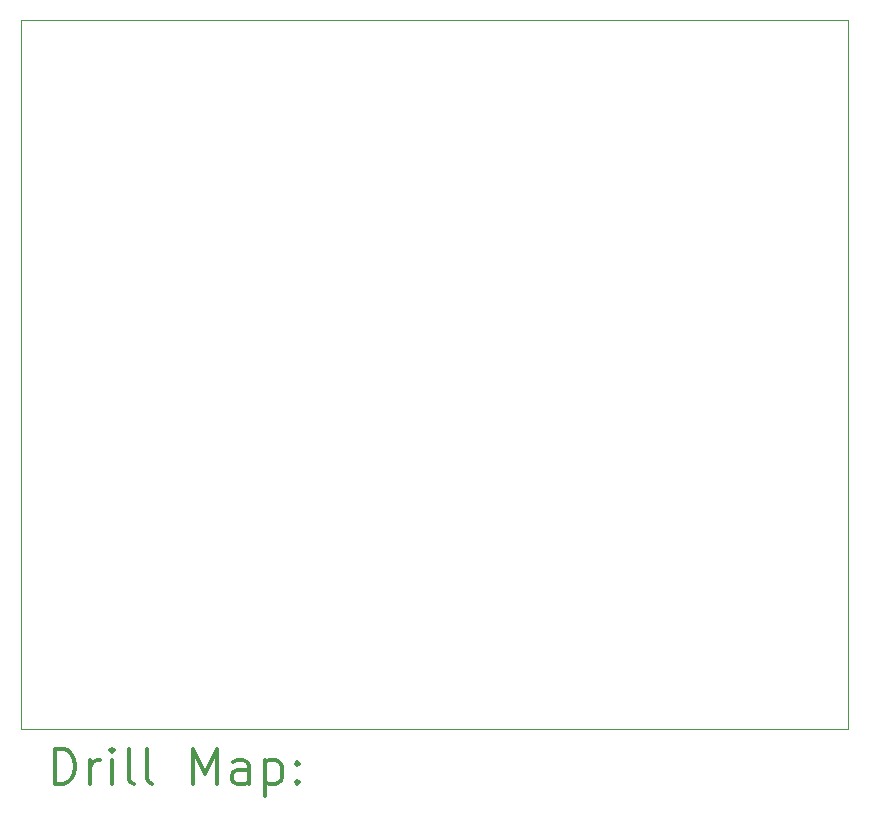
<source format=gbr>
%FSLAX45Y45*%
G04 Gerber Fmt 4.5, Leading zero omitted, Abs format (unit mm)*
G04 Created by KiCad (PCBNEW (5.1.12)-1) date 2021-11-24 17:56:23*
%MOMM*%
%LPD*%
G01*
G04 APERTURE LIST*
%TA.AperFunction,Profile*%
%ADD10C,0.050000*%
%TD*%
%ADD11C,0.200000*%
%ADD12C,0.300000*%
G04 APERTURE END LIST*
D10*
X11684000Y-12500000D02*
X11684000Y-6500000D01*
X18684000Y-12500000D02*
X11684000Y-12500000D01*
X18684000Y-6500000D02*
X18684000Y-12500000D01*
X11684000Y-6500000D02*
X18684000Y-6500000D01*
D11*
D12*
X11967928Y-12968214D02*
X11967928Y-12668214D01*
X12039357Y-12668214D01*
X12082214Y-12682500D01*
X12110786Y-12711071D01*
X12125071Y-12739643D01*
X12139357Y-12796786D01*
X12139357Y-12839643D01*
X12125071Y-12896786D01*
X12110786Y-12925357D01*
X12082214Y-12953929D01*
X12039357Y-12968214D01*
X11967928Y-12968214D01*
X12267928Y-12968214D02*
X12267928Y-12768214D01*
X12267928Y-12825357D02*
X12282214Y-12796786D01*
X12296500Y-12782500D01*
X12325071Y-12768214D01*
X12353643Y-12768214D01*
X12453643Y-12968214D02*
X12453643Y-12768214D01*
X12453643Y-12668214D02*
X12439357Y-12682500D01*
X12453643Y-12696786D01*
X12467928Y-12682500D01*
X12453643Y-12668214D01*
X12453643Y-12696786D01*
X12639357Y-12968214D02*
X12610786Y-12953929D01*
X12596500Y-12925357D01*
X12596500Y-12668214D01*
X12796500Y-12968214D02*
X12767928Y-12953929D01*
X12753643Y-12925357D01*
X12753643Y-12668214D01*
X13139357Y-12968214D02*
X13139357Y-12668214D01*
X13239357Y-12882500D01*
X13339357Y-12668214D01*
X13339357Y-12968214D01*
X13610786Y-12968214D02*
X13610786Y-12811071D01*
X13596500Y-12782500D01*
X13567928Y-12768214D01*
X13510786Y-12768214D01*
X13482214Y-12782500D01*
X13610786Y-12953929D02*
X13582214Y-12968214D01*
X13510786Y-12968214D01*
X13482214Y-12953929D01*
X13467928Y-12925357D01*
X13467928Y-12896786D01*
X13482214Y-12868214D01*
X13510786Y-12853929D01*
X13582214Y-12853929D01*
X13610786Y-12839643D01*
X13753643Y-12768214D02*
X13753643Y-13068214D01*
X13753643Y-12782500D02*
X13782214Y-12768214D01*
X13839357Y-12768214D01*
X13867928Y-12782500D01*
X13882214Y-12796786D01*
X13896500Y-12825357D01*
X13896500Y-12911071D01*
X13882214Y-12939643D01*
X13867928Y-12953929D01*
X13839357Y-12968214D01*
X13782214Y-12968214D01*
X13753643Y-12953929D01*
X14025071Y-12939643D02*
X14039357Y-12953929D01*
X14025071Y-12968214D01*
X14010786Y-12953929D01*
X14025071Y-12939643D01*
X14025071Y-12968214D01*
X14025071Y-12782500D02*
X14039357Y-12796786D01*
X14025071Y-12811071D01*
X14010786Y-12796786D01*
X14025071Y-12782500D01*
X14025071Y-12811071D01*
M02*

</source>
